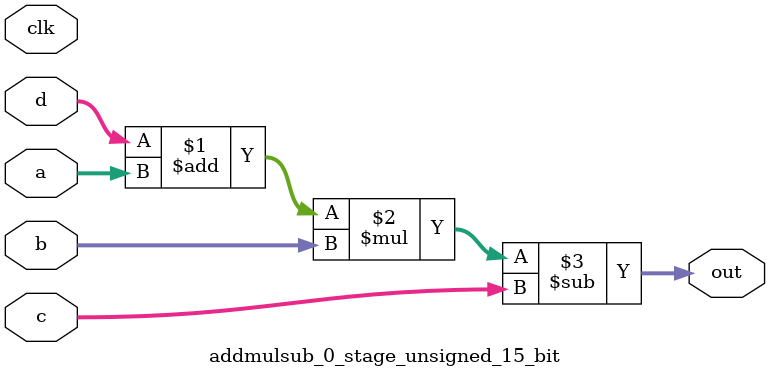
<source format=sv>
(* use_dsp = "yes" *) module addmulsub_0_stage_unsigned_15_bit(
	input  [14:0] a,
	input  [14:0] b,
	input  [14:0] c,
	input  [14:0] d,
	output [14:0] out,
	input clk);

	assign out = ((d + a) * b) - c;
endmodule

</source>
